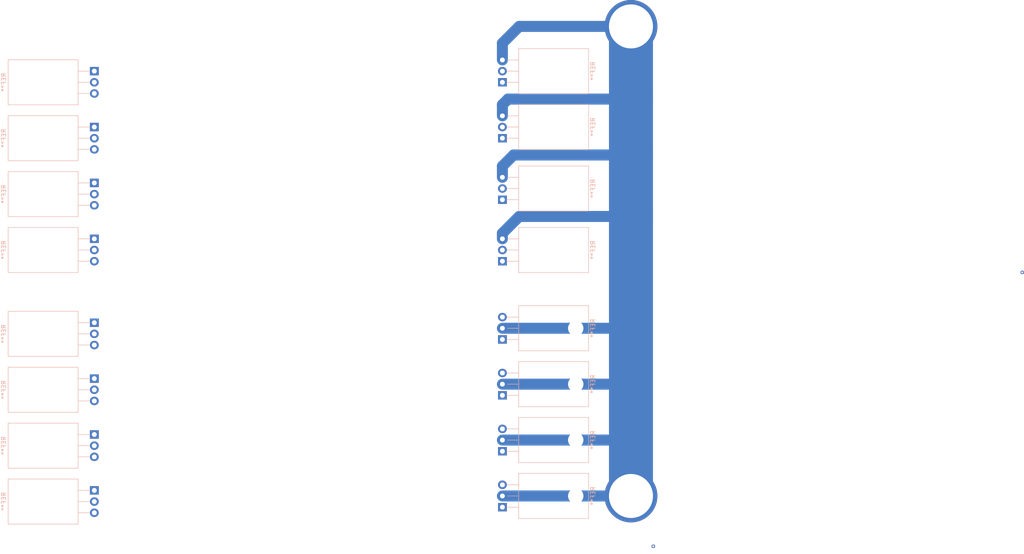
<source format=kicad_pcb>
(kicad_pcb (version 20171130) (host pcbnew 5.99.0+really5.1.10+dfsg1-1)

  (general
    (thickness 1.6)
    (drawings 0)
    (tracks 29)
    (zones 0)
    (modules 16)
    (nets 1)
  )

  (page A4)
  (layers
    (0 F.Cu signal)
    (31 B.Cu signal)
    (32 B.Adhes user)
    (33 F.Adhes user)
    (34 B.Paste user)
    (35 F.Paste user)
    (36 B.SilkS user)
    (37 F.SilkS user)
    (38 B.Mask user)
    (39 F.Mask user)
    (40 Dwgs.User user)
    (41 Cmts.User user)
    (42 Eco1.User user)
    (43 Eco2.User user)
    (44 Edge.Cuts user)
    (45 Margin user)
    (46 B.CrtYd user)
    (47 F.CrtYd user)
    (48 B.Fab user)
    (49 F.Fab user)
  )

  (setup
    (last_trace_width 10)
    (user_trace_width 2.5)
    (user_trace_width 10)
    (trace_clearance 0.2)
    (zone_clearance 0.508)
    (zone_45_only no)
    (trace_min 0.2)
    (via_size 0.8)
    (via_drill 0.4)
    (via_min_size 0.4)
    (via_min_drill 0.3)
    (user_via 5 4)
    (user_via 12 10)
    (uvia_size 0.3)
    (uvia_drill 0.1)
    (uvias_allowed no)
    (uvia_min_size 0.2)
    (uvia_min_drill 0.1)
    (edge_width 0.05)
    (segment_width 0.2)
    (pcb_text_width 0.3)
    (pcb_text_size 1.5 1.5)
    (mod_edge_width 0.12)
    (mod_text_size 1 1)
    (mod_text_width 0.15)
    (pad_size 1.524 1.524)
    (pad_drill 0.762)
    (pad_to_mask_clearance 0)
    (aux_axis_origin 0 0)
    (visible_elements FFFFFF7F)
    (pcbplotparams
      (layerselection 0x010fc_ffffffff)
      (usegerberextensions false)
      (usegerberattributes true)
      (usegerberadvancedattributes true)
      (creategerberjobfile true)
      (excludeedgelayer true)
      (linewidth 0.150000)
      (plotframeref false)
      (viasonmask false)
      (mode 1)
      (useauxorigin false)
      (hpglpennumber 1)
      (hpglpenspeed 20)
      (hpglpendiameter 15.000000)
      (psnegative false)
      (psa4output false)
      (plotreference true)
      (plotvalue true)
      (plotinvisibletext false)
      (padsonsilk false)
      (subtractmaskfromsilk false)
      (outputformat 1)
      (mirror false)
      (drillshape 1)
      (scaleselection 1)
      (outputdirectory ""))
  )

  (net 0 "")

  (net_class Default "This is the default net class."
    (clearance 0.2)
    (trace_width 0.25)
    (via_dia 0.8)
    (via_drill 0.4)
    (uvia_dia 0.3)
    (uvia_drill 0.1)
  )

  (module Package_TO_SOT_THT:TO-220-3_Horizontal_TabDown (layer B.Cu) (tedit 5AC8BA0D) (tstamp 61B1CC81)
    (at 95.25 125.73 270)
    (descr "TO-220-3, Horizontal, RM 2.54mm, see https://www.vishay.com/docs/66542/to-220-1.pdf")
    (tags "TO-220-3 Horizontal RM 2.54mm")
    (fp_text reference REF** (at 2.54 20.58 270) (layer B.SilkS)
      (effects (font (size 1 1) (thickness 0.15)) (justify mirror))
    )
    (fp_text value TO-220-3_Horizontal_TabDown (at 2.54 -2 270) (layer B.Fab)
      (effects (font (size 1 1) (thickness 0.15)) (justify mirror))
    )
    (fp_line (start 7.79 19.71) (end -2.71 19.71) (layer B.CrtYd) (width 0.05))
    (fp_line (start 7.79 -1.25) (end 7.79 19.71) (layer B.CrtYd) (width 0.05))
    (fp_line (start -2.71 -1.25) (end 7.79 -1.25) (layer B.CrtYd) (width 0.05))
    (fp_line (start -2.71 19.71) (end -2.71 -1.25) (layer B.CrtYd) (width 0.05))
    (fp_line (start 5.08 3.69) (end 5.08 1.15) (layer B.SilkS) (width 0.12))
    (fp_line (start 2.54 3.69) (end 2.54 1.15) (layer B.SilkS) (width 0.12))
    (fp_line (start 0 3.69) (end 0 1.15) (layer B.SilkS) (width 0.12))
    (fp_line (start 7.66 19.58) (end 7.66 3.69) (layer B.SilkS) (width 0.12))
    (fp_line (start -2.58 19.58) (end -2.58 3.69) (layer B.SilkS) (width 0.12))
    (fp_line (start -2.58 19.58) (end 7.66 19.58) (layer B.SilkS) (width 0.12))
    (fp_line (start -2.58 3.69) (end 7.66 3.69) (layer B.SilkS) (width 0.12))
    (fp_line (start 5.08 3.81) (end 5.08 0) (layer B.Fab) (width 0.1))
    (fp_line (start 2.54 3.81) (end 2.54 0) (layer B.Fab) (width 0.1))
    (fp_line (start 0 3.81) (end 0 0) (layer B.Fab) (width 0.1))
    (fp_line (start 7.54 3.81) (end -2.46 3.81) (layer B.Fab) (width 0.1))
    (fp_line (start 7.54 13.06) (end 7.54 3.81) (layer B.Fab) (width 0.1))
    (fp_line (start -2.46 13.06) (end 7.54 13.06) (layer B.Fab) (width 0.1))
    (fp_line (start -2.46 3.81) (end -2.46 13.06) (layer B.Fab) (width 0.1))
    (fp_line (start 7.54 13.06) (end -2.46 13.06) (layer B.Fab) (width 0.1))
    (fp_line (start 7.54 19.46) (end 7.54 13.06) (layer B.Fab) (width 0.1))
    (fp_line (start -2.46 19.46) (end 7.54 19.46) (layer B.Fab) (width 0.1))
    (fp_line (start -2.46 13.06) (end -2.46 19.46) (layer B.Fab) (width 0.1))
    (fp_circle (center 2.54 16.66) (end 4.39 16.66) (layer B.Fab) (width 0.1))
    (fp_text user %R (at 2.54 20.58 270) (layer B.Fab)
      (effects (font (size 1 1) (thickness 0.15)) (justify mirror))
    )
    (pad "" np_thru_hole oval (at 2.54 16.66 270) (size 3.5 3.5) (drill 3.5) (layers *.Cu *.Mask))
    (pad 1 thru_hole rect (at 0 0 270) (size 1.905 2) (drill 1.1) (layers *.Cu *.Mask))
    (pad 2 thru_hole oval (at 2.54 0 270) (size 1.905 2) (drill 1.1) (layers *.Cu *.Mask))
    (pad 3 thru_hole oval (at 5.08 0 270) (size 1.905 2) (drill 1.1) (layers *.Cu *.Mask))
    (model ${KISYS3DMOD}/Package_TO_SOT_THT.3dshapes/TO-220-3_Horizontal_TabDown.wrl
      (at (xyz 0 0 0))
      (scale (xyz 1 1 1))
      (rotate (xyz 0 0 0))
    )
  )

  (module Package_TO_SOT_THT:TO-220-3_Horizontal_TabDown (layer B.Cu) (tedit 5AC8BA0D) (tstamp 61B1CC62)
    (at 95.25 100.33 270)
    (descr "TO-220-3, Horizontal, RM 2.54mm, see https://www.vishay.com/docs/66542/to-220-1.pdf")
    (tags "TO-220-3 Horizontal RM 2.54mm")
    (fp_text reference REF** (at 2.54 20.58 270) (layer B.SilkS)
      (effects (font (size 1 1) (thickness 0.15)) (justify mirror))
    )
    (fp_text value TO-220-3_Horizontal_TabDown (at 2.54 -2 270) (layer B.Fab)
      (effects (font (size 1 1) (thickness 0.15)) (justify mirror))
    )
    (fp_line (start 7.79 19.71) (end -2.71 19.71) (layer B.CrtYd) (width 0.05))
    (fp_line (start 7.79 -1.25) (end 7.79 19.71) (layer B.CrtYd) (width 0.05))
    (fp_line (start -2.71 -1.25) (end 7.79 -1.25) (layer B.CrtYd) (width 0.05))
    (fp_line (start -2.71 19.71) (end -2.71 -1.25) (layer B.CrtYd) (width 0.05))
    (fp_line (start 5.08 3.69) (end 5.08 1.15) (layer B.SilkS) (width 0.12))
    (fp_line (start 2.54 3.69) (end 2.54 1.15) (layer B.SilkS) (width 0.12))
    (fp_line (start 0 3.69) (end 0 1.15) (layer B.SilkS) (width 0.12))
    (fp_line (start 7.66 19.58) (end 7.66 3.69) (layer B.SilkS) (width 0.12))
    (fp_line (start -2.58 19.58) (end -2.58 3.69) (layer B.SilkS) (width 0.12))
    (fp_line (start -2.58 19.58) (end 7.66 19.58) (layer B.SilkS) (width 0.12))
    (fp_line (start -2.58 3.69) (end 7.66 3.69) (layer B.SilkS) (width 0.12))
    (fp_line (start 5.08 3.81) (end 5.08 0) (layer B.Fab) (width 0.1))
    (fp_line (start 2.54 3.81) (end 2.54 0) (layer B.Fab) (width 0.1))
    (fp_line (start 0 3.81) (end 0 0) (layer B.Fab) (width 0.1))
    (fp_line (start 7.54 3.81) (end -2.46 3.81) (layer B.Fab) (width 0.1))
    (fp_line (start 7.54 13.06) (end 7.54 3.81) (layer B.Fab) (width 0.1))
    (fp_line (start -2.46 13.06) (end 7.54 13.06) (layer B.Fab) (width 0.1))
    (fp_line (start -2.46 3.81) (end -2.46 13.06) (layer B.Fab) (width 0.1))
    (fp_line (start 7.54 13.06) (end -2.46 13.06) (layer B.Fab) (width 0.1))
    (fp_line (start 7.54 19.46) (end 7.54 13.06) (layer B.Fab) (width 0.1))
    (fp_line (start -2.46 19.46) (end 7.54 19.46) (layer B.Fab) (width 0.1))
    (fp_line (start -2.46 13.06) (end -2.46 19.46) (layer B.Fab) (width 0.1))
    (fp_circle (center 2.54 16.66) (end 4.39 16.66) (layer B.Fab) (width 0.1))
    (fp_text user %R (at 2.54 20.58 270) (layer B.Fab)
      (effects (font (size 1 1) (thickness 0.15)) (justify mirror))
    )
    (pad "" np_thru_hole oval (at 2.54 16.66 270) (size 3.5 3.5) (drill 3.5) (layers *.Cu *.Mask))
    (pad 1 thru_hole rect (at 0 0 270) (size 1.905 2) (drill 1.1) (layers *.Cu *.Mask))
    (pad 2 thru_hole oval (at 2.54 0 270) (size 1.905 2) (drill 1.1) (layers *.Cu *.Mask))
    (pad 3 thru_hole oval (at 5.08 0 270) (size 1.905 2) (drill 1.1) (layers *.Cu *.Mask))
    (model ${KISYS3DMOD}/Package_TO_SOT_THT.3dshapes/TO-220-3_Horizontal_TabDown.wrl
      (at (xyz 0 0 0))
      (scale (xyz 1 1 1))
      (rotate (xyz 0 0 0))
    )
  )

  (module Package_TO_SOT_THT:TO-220-3_Horizontal_TabDown (layer B.Cu) (tedit 5AC8BA0D) (tstamp 61B1CC43)
    (at 95.25 113.03 270)
    (descr "TO-220-3, Horizontal, RM 2.54mm, see https://www.vishay.com/docs/66542/to-220-1.pdf")
    (tags "TO-220-3 Horizontal RM 2.54mm")
    (fp_text reference REF** (at 2.54 20.58 270) (layer B.SilkS)
      (effects (font (size 1 1) (thickness 0.15)) (justify mirror))
    )
    (fp_text value TO-220-3_Horizontal_TabDown (at 2.54 -2 270) (layer B.Fab)
      (effects (font (size 1 1) (thickness 0.15)) (justify mirror))
    )
    (fp_text user %R (at 2.54 20.58 270) (layer B.Fab)
      (effects (font (size 1 1) (thickness 0.15)) (justify mirror))
    )
    (fp_circle (center 2.54 16.66) (end 4.39 16.66) (layer B.Fab) (width 0.1))
    (fp_line (start -2.46 13.06) (end -2.46 19.46) (layer B.Fab) (width 0.1))
    (fp_line (start -2.46 19.46) (end 7.54 19.46) (layer B.Fab) (width 0.1))
    (fp_line (start 7.54 19.46) (end 7.54 13.06) (layer B.Fab) (width 0.1))
    (fp_line (start 7.54 13.06) (end -2.46 13.06) (layer B.Fab) (width 0.1))
    (fp_line (start -2.46 3.81) (end -2.46 13.06) (layer B.Fab) (width 0.1))
    (fp_line (start -2.46 13.06) (end 7.54 13.06) (layer B.Fab) (width 0.1))
    (fp_line (start 7.54 13.06) (end 7.54 3.81) (layer B.Fab) (width 0.1))
    (fp_line (start 7.54 3.81) (end -2.46 3.81) (layer B.Fab) (width 0.1))
    (fp_line (start 0 3.81) (end 0 0) (layer B.Fab) (width 0.1))
    (fp_line (start 2.54 3.81) (end 2.54 0) (layer B.Fab) (width 0.1))
    (fp_line (start 5.08 3.81) (end 5.08 0) (layer B.Fab) (width 0.1))
    (fp_line (start -2.58 3.69) (end 7.66 3.69) (layer B.SilkS) (width 0.12))
    (fp_line (start -2.58 19.58) (end 7.66 19.58) (layer B.SilkS) (width 0.12))
    (fp_line (start -2.58 19.58) (end -2.58 3.69) (layer B.SilkS) (width 0.12))
    (fp_line (start 7.66 19.58) (end 7.66 3.69) (layer B.SilkS) (width 0.12))
    (fp_line (start 0 3.69) (end 0 1.15) (layer B.SilkS) (width 0.12))
    (fp_line (start 2.54 3.69) (end 2.54 1.15) (layer B.SilkS) (width 0.12))
    (fp_line (start 5.08 3.69) (end 5.08 1.15) (layer B.SilkS) (width 0.12))
    (fp_line (start -2.71 19.71) (end -2.71 -1.25) (layer B.CrtYd) (width 0.05))
    (fp_line (start -2.71 -1.25) (end 7.79 -1.25) (layer B.CrtYd) (width 0.05))
    (fp_line (start 7.79 -1.25) (end 7.79 19.71) (layer B.CrtYd) (width 0.05))
    (fp_line (start 7.79 19.71) (end -2.71 19.71) (layer B.CrtYd) (width 0.05))
    (pad 3 thru_hole oval (at 5.08 0 270) (size 1.905 2) (drill 1.1) (layers *.Cu *.Mask))
    (pad 2 thru_hole oval (at 2.54 0 270) (size 1.905 2) (drill 1.1) (layers *.Cu *.Mask))
    (pad 1 thru_hole rect (at 0 0 270) (size 1.905 2) (drill 1.1) (layers *.Cu *.Mask))
    (pad "" np_thru_hole oval (at 2.54 16.66 270) (size 3.5 3.5) (drill 3.5) (layers *.Cu *.Mask))
    (model ${KISYS3DMOD}/Package_TO_SOT_THT.3dshapes/TO-220-3_Horizontal_TabDown.wrl
      (at (xyz 0 0 0))
      (scale (xyz 1 1 1))
      (rotate (xyz 0 0 0))
    )
  )

  (module Package_TO_SOT_THT:TO-220-3_Horizontal_TabDown (layer B.Cu) (tedit 5AC8BA0D) (tstamp 61B1CC24)
    (at 95.25 87.63 270)
    (descr "TO-220-3, Horizontal, RM 2.54mm, see https://www.vishay.com/docs/66542/to-220-1.pdf")
    (tags "TO-220-3 Horizontal RM 2.54mm")
    (fp_text reference REF** (at 2.54 20.58 270) (layer B.SilkS)
      (effects (font (size 1 1) (thickness 0.15)) (justify mirror))
    )
    (fp_text value TO-220-3_Horizontal_TabDown (at 2.54 -2 270) (layer B.Fab)
      (effects (font (size 1 1) (thickness 0.15)) (justify mirror))
    )
    (fp_text user %R (at 2.54 20.58 270) (layer B.Fab)
      (effects (font (size 1 1) (thickness 0.15)) (justify mirror))
    )
    (fp_circle (center 2.54 16.66) (end 4.39 16.66) (layer B.Fab) (width 0.1))
    (fp_line (start -2.46 13.06) (end -2.46 19.46) (layer B.Fab) (width 0.1))
    (fp_line (start -2.46 19.46) (end 7.54 19.46) (layer B.Fab) (width 0.1))
    (fp_line (start 7.54 19.46) (end 7.54 13.06) (layer B.Fab) (width 0.1))
    (fp_line (start 7.54 13.06) (end -2.46 13.06) (layer B.Fab) (width 0.1))
    (fp_line (start -2.46 3.81) (end -2.46 13.06) (layer B.Fab) (width 0.1))
    (fp_line (start -2.46 13.06) (end 7.54 13.06) (layer B.Fab) (width 0.1))
    (fp_line (start 7.54 13.06) (end 7.54 3.81) (layer B.Fab) (width 0.1))
    (fp_line (start 7.54 3.81) (end -2.46 3.81) (layer B.Fab) (width 0.1))
    (fp_line (start 0 3.81) (end 0 0) (layer B.Fab) (width 0.1))
    (fp_line (start 2.54 3.81) (end 2.54 0) (layer B.Fab) (width 0.1))
    (fp_line (start 5.08 3.81) (end 5.08 0) (layer B.Fab) (width 0.1))
    (fp_line (start -2.58 3.69) (end 7.66 3.69) (layer B.SilkS) (width 0.12))
    (fp_line (start -2.58 19.58) (end 7.66 19.58) (layer B.SilkS) (width 0.12))
    (fp_line (start -2.58 19.58) (end -2.58 3.69) (layer B.SilkS) (width 0.12))
    (fp_line (start 7.66 19.58) (end 7.66 3.69) (layer B.SilkS) (width 0.12))
    (fp_line (start 0 3.69) (end 0 1.15) (layer B.SilkS) (width 0.12))
    (fp_line (start 2.54 3.69) (end 2.54 1.15) (layer B.SilkS) (width 0.12))
    (fp_line (start 5.08 3.69) (end 5.08 1.15) (layer B.SilkS) (width 0.12))
    (fp_line (start -2.71 19.71) (end -2.71 -1.25) (layer B.CrtYd) (width 0.05))
    (fp_line (start -2.71 -1.25) (end 7.79 -1.25) (layer B.CrtYd) (width 0.05))
    (fp_line (start 7.79 -1.25) (end 7.79 19.71) (layer B.CrtYd) (width 0.05))
    (fp_line (start 7.79 19.71) (end -2.71 19.71) (layer B.CrtYd) (width 0.05))
    (pad 3 thru_hole oval (at 5.08 0 270) (size 1.905 2) (drill 1.1) (layers *.Cu *.Mask))
    (pad 2 thru_hole oval (at 2.54 0 270) (size 1.905 2) (drill 1.1) (layers *.Cu *.Mask))
    (pad 1 thru_hole rect (at 0 0 270) (size 1.905 2) (drill 1.1) (layers *.Cu *.Mask))
    (pad "" np_thru_hole oval (at 2.54 16.66 270) (size 3.5 3.5) (drill 3.5) (layers *.Cu *.Mask))
    (model ${KISYS3DMOD}/Package_TO_SOT_THT.3dshapes/TO-220-3_Horizontal_TabDown.wrl
      (at (xyz 0 0 0))
      (scale (xyz 1 1 1))
      (rotate (xyz 0 0 0))
    )
  )

  (module Package_TO_SOT_THT:TO-220-3_Horizontal_TabDown (layer B.Cu) (tedit 5AC8BA0D) (tstamp 61B1C824)
    (at 95.25 68.58 270)
    (descr "TO-220-3, Horizontal, RM 2.54mm, see https://www.vishay.com/docs/66542/to-220-1.pdf")
    (tags "TO-220-3 Horizontal RM 2.54mm")
    (fp_text reference REF** (at 2.54 20.58 270) (layer B.SilkS)
      (effects (font (size 1 1) (thickness 0.15)) (justify mirror))
    )
    (fp_text value TO-220-3_Horizontal_TabDown (at 2.54 -2 270) (layer B.Fab)
      (effects (font (size 1 1) (thickness 0.15)) (justify mirror))
    )
    (fp_text user %R (at 2.54 20.58 270) (layer B.Fab)
      (effects (font (size 1 1) (thickness 0.15)) (justify mirror))
    )
    (fp_circle (center 2.54 16.66) (end 4.39 16.66) (layer B.Fab) (width 0.1))
    (fp_line (start -2.46 13.06) (end -2.46 19.46) (layer B.Fab) (width 0.1))
    (fp_line (start -2.46 19.46) (end 7.54 19.46) (layer B.Fab) (width 0.1))
    (fp_line (start 7.54 19.46) (end 7.54 13.06) (layer B.Fab) (width 0.1))
    (fp_line (start 7.54 13.06) (end -2.46 13.06) (layer B.Fab) (width 0.1))
    (fp_line (start -2.46 3.81) (end -2.46 13.06) (layer B.Fab) (width 0.1))
    (fp_line (start -2.46 13.06) (end 7.54 13.06) (layer B.Fab) (width 0.1))
    (fp_line (start 7.54 13.06) (end 7.54 3.81) (layer B.Fab) (width 0.1))
    (fp_line (start 7.54 3.81) (end -2.46 3.81) (layer B.Fab) (width 0.1))
    (fp_line (start 0 3.81) (end 0 0) (layer B.Fab) (width 0.1))
    (fp_line (start 2.54 3.81) (end 2.54 0) (layer B.Fab) (width 0.1))
    (fp_line (start 5.08 3.81) (end 5.08 0) (layer B.Fab) (width 0.1))
    (fp_line (start -2.58 3.69) (end 7.66 3.69) (layer B.SilkS) (width 0.12))
    (fp_line (start -2.58 19.58) (end 7.66 19.58) (layer B.SilkS) (width 0.12))
    (fp_line (start -2.58 19.58) (end -2.58 3.69) (layer B.SilkS) (width 0.12))
    (fp_line (start 7.66 19.58) (end 7.66 3.69) (layer B.SilkS) (width 0.12))
    (fp_line (start 0 3.69) (end 0 1.15) (layer B.SilkS) (width 0.12))
    (fp_line (start 2.54 3.69) (end 2.54 1.15) (layer B.SilkS) (width 0.12))
    (fp_line (start 5.08 3.69) (end 5.08 1.15) (layer B.SilkS) (width 0.12))
    (fp_line (start -2.71 19.71) (end -2.71 -1.25) (layer B.CrtYd) (width 0.05))
    (fp_line (start -2.71 -1.25) (end 7.79 -1.25) (layer B.CrtYd) (width 0.05))
    (fp_line (start 7.79 -1.25) (end 7.79 19.71) (layer B.CrtYd) (width 0.05))
    (fp_line (start 7.79 19.71) (end -2.71 19.71) (layer B.CrtYd) (width 0.05))
    (pad 3 thru_hole oval (at 5.08 0 270) (size 1.905 2) (drill 1.1) (layers *.Cu *.Mask))
    (pad 2 thru_hole oval (at 2.54 0 270) (size 1.905 2) (drill 1.1) (layers *.Cu *.Mask))
    (pad 1 thru_hole rect (at 0 0 270) (size 1.905 2) (drill 1.1) (layers *.Cu *.Mask))
    (pad "" np_thru_hole oval (at 2.54 16.66 270) (size 3.5 3.5) (drill 3.5) (layers *.Cu *.Mask))
    (model ${KISYS3DMOD}/Package_TO_SOT_THT.3dshapes/TO-220-3_Horizontal_TabDown.wrl
      (at (xyz 0 0 0))
      (scale (xyz 1 1 1))
      (rotate (xyz 0 0 0))
    )
  )

  (module Package_TO_SOT_THT:TO-220-3_Horizontal_TabDown (layer B.Cu) (tedit 5AC8BA0D) (tstamp 61B1C805)
    (at 95.25 43.18 270)
    (descr "TO-220-3, Horizontal, RM 2.54mm, see https://www.vishay.com/docs/66542/to-220-1.pdf")
    (tags "TO-220-3 Horizontal RM 2.54mm")
    (fp_text reference REF** (at 2.54 20.58 270) (layer B.SilkS)
      (effects (font (size 1 1) (thickness 0.15)) (justify mirror))
    )
    (fp_text value TO-220-3_Horizontal_TabDown (at 2.54 -2 270) (layer B.Fab)
      (effects (font (size 1 1) (thickness 0.15)) (justify mirror))
    )
    (fp_text user %R (at 2.54 20.58 270) (layer B.Fab)
      (effects (font (size 1 1) (thickness 0.15)) (justify mirror))
    )
    (fp_circle (center 2.54 16.66) (end 4.39 16.66) (layer B.Fab) (width 0.1))
    (fp_line (start -2.46 13.06) (end -2.46 19.46) (layer B.Fab) (width 0.1))
    (fp_line (start -2.46 19.46) (end 7.54 19.46) (layer B.Fab) (width 0.1))
    (fp_line (start 7.54 19.46) (end 7.54 13.06) (layer B.Fab) (width 0.1))
    (fp_line (start 7.54 13.06) (end -2.46 13.06) (layer B.Fab) (width 0.1))
    (fp_line (start -2.46 3.81) (end -2.46 13.06) (layer B.Fab) (width 0.1))
    (fp_line (start -2.46 13.06) (end 7.54 13.06) (layer B.Fab) (width 0.1))
    (fp_line (start 7.54 13.06) (end 7.54 3.81) (layer B.Fab) (width 0.1))
    (fp_line (start 7.54 3.81) (end -2.46 3.81) (layer B.Fab) (width 0.1))
    (fp_line (start 0 3.81) (end 0 0) (layer B.Fab) (width 0.1))
    (fp_line (start 2.54 3.81) (end 2.54 0) (layer B.Fab) (width 0.1))
    (fp_line (start 5.08 3.81) (end 5.08 0) (layer B.Fab) (width 0.1))
    (fp_line (start -2.58 3.69) (end 7.66 3.69) (layer B.SilkS) (width 0.12))
    (fp_line (start -2.58 19.58) (end 7.66 19.58) (layer B.SilkS) (width 0.12))
    (fp_line (start -2.58 19.58) (end -2.58 3.69) (layer B.SilkS) (width 0.12))
    (fp_line (start 7.66 19.58) (end 7.66 3.69) (layer B.SilkS) (width 0.12))
    (fp_line (start 0 3.69) (end 0 1.15) (layer B.SilkS) (width 0.12))
    (fp_line (start 2.54 3.69) (end 2.54 1.15) (layer B.SilkS) (width 0.12))
    (fp_line (start 5.08 3.69) (end 5.08 1.15) (layer B.SilkS) (width 0.12))
    (fp_line (start -2.71 19.71) (end -2.71 -1.25) (layer B.CrtYd) (width 0.05))
    (fp_line (start -2.71 -1.25) (end 7.79 -1.25) (layer B.CrtYd) (width 0.05))
    (fp_line (start 7.79 -1.25) (end 7.79 19.71) (layer B.CrtYd) (width 0.05))
    (fp_line (start 7.79 19.71) (end -2.71 19.71) (layer B.CrtYd) (width 0.05))
    (pad 3 thru_hole oval (at 5.08 0 270) (size 1.905 2) (drill 1.1) (layers *.Cu *.Mask))
    (pad 2 thru_hole oval (at 2.54 0 270) (size 1.905 2) (drill 1.1) (layers *.Cu *.Mask))
    (pad 1 thru_hole rect (at 0 0 270) (size 1.905 2) (drill 1.1) (layers *.Cu *.Mask))
    (pad "" np_thru_hole oval (at 2.54 16.66 270) (size 3.5 3.5) (drill 3.5) (layers *.Cu *.Mask))
    (model ${KISYS3DMOD}/Package_TO_SOT_THT.3dshapes/TO-220-3_Horizontal_TabDown.wrl
      (at (xyz 0 0 0))
      (scale (xyz 1 1 1))
      (rotate (xyz 0 0 0))
    )
  )

  (module Package_TO_SOT_THT:TO-220-3_Horizontal_TabDown (layer B.Cu) (tedit 5AC8BA0D) (tstamp 61B1C7E6)
    (at 95.25 55.88 270)
    (descr "TO-220-3, Horizontal, RM 2.54mm, see https://www.vishay.com/docs/66542/to-220-1.pdf")
    (tags "TO-220-3 Horizontal RM 2.54mm")
    (fp_text reference REF** (at 2.54 20.58 270) (layer B.SilkS)
      (effects (font (size 1 1) (thickness 0.15)) (justify mirror))
    )
    (fp_text value TO-220-3_Horizontal_TabDown (at 2.54 -2 270) (layer B.Fab)
      (effects (font (size 1 1) (thickness 0.15)) (justify mirror))
    )
    (fp_line (start 7.79 19.71) (end -2.71 19.71) (layer B.CrtYd) (width 0.05))
    (fp_line (start 7.79 -1.25) (end 7.79 19.71) (layer B.CrtYd) (width 0.05))
    (fp_line (start -2.71 -1.25) (end 7.79 -1.25) (layer B.CrtYd) (width 0.05))
    (fp_line (start -2.71 19.71) (end -2.71 -1.25) (layer B.CrtYd) (width 0.05))
    (fp_line (start 5.08 3.69) (end 5.08 1.15) (layer B.SilkS) (width 0.12))
    (fp_line (start 2.54 3.69) (end 2.54 1.15) (layer B.SilkS) (width 0.12))
    (fp_line (start 0 3.69) (end 0 1.15) (layer B.SilkS) (width 0.12))
    (fp_line (start 7.66 19.58) (end 7.66 3.69) (layer B.SilkS) (width 0.12))
    (fp_line (start -2.58 19.58) (end -2.58 3.69) (layer B.SilkS) (width 0.12))
    (fp_line (start -2.58 19.58) (end 7.66 19.58) (layer B.SilkS) (width 0.12))
    (fp_line (start -2.58 3.69) (end 7.66 3.69) (layer B.SilkS) (width 0.12))
    (fp_line (start 5.08 3.81) (end 5.08 0) (layer B.Fab) (width 0.1))
    (fp_line (start 2.54 3.81) (end 2.54 0) (layer B.Fab) (width 0.1))
    (fp_line (start 0 3.81) (end 0 0) (layer B.Fab) (width 0.1))
    (fp_line (start 7.54 3.81) (end -2.46 3.81) (layer B.Fab) (width 0.1))
    (fp_line (start 7.54 13.06) (end 7.54 3.81) (layer B.Fab) (width 0.1))
    (fp_line (start -2.46 13.06) (end 7.54 13.06) (layer B.Fab) (width 0.1))
    (fp_line (start -2.46 3.81) (end -2.46 13.06) (layer B.Fab) (width 0.1))
    (fp_line (start 7.54 13.06) (end -2.46 13.06) (layer B.Fab) (width 0.1))
    (fp_line (start 7.54 19.46) (end 7.54 13.06) (layer B.Fab) (width 0.1))
    (fp_line (start -2.46 19.46) (end 7.54 19.46) (layer B.Fab) (width 0.1))
    (fp_line (start -2.46 13.06) (end -2.46 19.46) (layer B.Fab) (width 0.1))
    (fp_circle (center 2.54 16.66) (end 4.39 16.66) (layer B.Fab) (width 0.1))
    (fp_text user %R (at 2.54 20.58 270) (layer B.Fab)
      (effects (font (size 1 1) (thickness 0.15)) (justify mirror))
    )
    (pad "" np_thru_hole oval (at 2.54 16.66 270) (size 3.5 3.5) (drill 3.5) (layers *.Cu *.Mask))
    (pad 1 thru_hole rect (at 0 0 270) (size 1.905 2) (drill 1.1) (layers *.Cu *.Mask))
    (pad 2 thru_hole oval (at 2.54 0 270) (size 1.905 2) (drill 1.1) (layers *.Cu *.Mask))
    (pad 3 thru_hole oval (at 5.08 0 270) (size 1.905 2) (drill 1.1) (layers *.Cu *.Mask))
    (model ${KISYS3DMOD}/Package_TO_SOT_THT.3dshapes/TO-220-3_Horizontal_TabDown.wrl
      (at (xyz 0 0 0))
      (scale (xyz 1 1 1))
      (rotate (xyz 0 0 0))
    )
  )

  (module Package_TO_SOT_THT:TO-220-3_Horizontal_TabDown (layer B.Cu) (tedit 5AC8BA0D) (tstamp 61B1C7C7)
    (at 95.25 30.48 270)
    (descr "TO-220-3, Horizontal, RM 2.54mm, see https://www.vishay.com/docs/66542/to-220-1.pdf")
    (tags "TO-220-3 Horizontal RM 2.54mm")
    (fp_text reference REF** (at 2.54 20.58 270) (layer B.SilkS)
      (effects (font (size 1 1) (thickness 0.15)) (justify mirror))
    )
    (fp_text value TO-220-3_Horizontal_TabDown (at 2.54 -2 270) (layer B.Fab)
      (effects (font (size 1 1) (thickness 0.15)) (justify mirror))
    )
    (fp_line (start 7.79 19.71) (end -2.71 19.71) (layer B.CrtYd) (width 0.05))
    (fp_line (start 7.79 -1.25) (end 7.79 19.71) (layer B.CrtYd) (width 0.05))
    (fp_line (start -2.71 -1.25) (end 7.79 -1.25) (layer B.CrtYd) (width 0.05))
    (fp_line (start -2.71 19.71) (end -2.71 -1.25) (layer B.CrtYd) (width 0.05))
    (fp_line (start 5.08 3.69) (end 5.08 1.15) (layer B.SilkS) (width 0.12))
    (fp_line (start 2.54 3.69) (end 2.54 1.15) (layer B.SilkS) (width 0.12))
    (fp_line (start 0 3.69) (end 0 1.15) (layer B.SilkS) (width 0.12))
    (fp_line (start 7.66 19.58) (end 7.66 3.69) (layer B.SilkS) (width 0.12))
    (fp_line (start -2.58 19.58) (end -2.58 3.69) (layer B.SilkS) (width 0.12))
    (fp_line (start -2.58 19.58) (end 7.66 19.58) (layer B.SilkS) (width 0.12))
    (fp_line (start -2.58 3.69) (end 7.66 3.69) (layer B.SilkS) (width 0.12))
    (fp_line (start 5.08 3.81) (end 5.08 0) (layer B.Fab) (width 0.1))
    (fp_line (start 2.54 3.81) (end 2.54 0) (layer B.Fab) (width 0.1))
    (fp_line (start 0 3.81) (end 0 0) (layer B.Fab) (width 0.1))
    (fp_line (start 7.54 3.81) (end -2.46 3.81) (layer B.Fab) (width 0.1))
    (fp_line (start 7.54 13.06) (end 7.54 3.81) (layer B.Fab) (width 0.1))
    (fp_line (start -2.46 13.06) (end 7.54 13.06) (layer B.Fab) (width 0.1))
    (fp_line (start -2.46 3.81) (end -2.46 13.06) (layer B.Fab) (width 0.1))
    (fp_line (start 7.54 13.06) (end -2.46 13.06) (layer B.Fab) (width 0.1))
    (fp_line (start 7.54 19.46) (end 7.54 13.06) (layer B.Fab) (width 0.1))
    (fp_line (start -2.46 19.46) (end 7.54 19.46) (layer B.Fab) (width 0.1))
    (fp_line (start -2.46 13.06) (end -2.46 19.46) (layer B.Fab) (width 0.1))
    (fp_circle (center 2.54 16.66) (end 4.39 16.66) (layer B.Fab) (width 0.1))
    (fp_text user %R (at 2.54 20.58 270) (layer B.Fab)
      (effects (font (size 1 1) (thickness 0.15)) (justify mirror))
    )
    (pad "" np_thru_hole oval (at 2.54 16.66 270) (size 3.5 3.5) (drill 3.5) (layers *.Cu *.Mask))
    (pad 1 thru_hole rect (at 0 0 270) (size 1.905 2) (drill 1.1) (layers *.Cu *.Mask))
    (pad 2 thru_hole oval (at 2.54 0 270) (size 1.905 2) (drill 1.1) (layers *.Cu *.Mask))
    (pad 3 thru_hole oval (at 5.08 0 270) (size 1.905 2) (drill 1.1) (layers *.Cu *.Mask))
    (model ${KISYS3DMOD}/Package_TO_SOT_THT.3dshapes/TO-220-3_Horizontal_TabDown.wrl
      (at (xyz 0 0 0))
      (scale (xyz 1 1 1))
      (rotate (xyz 0 0 0))
    )
  )

  (module Package_TO_SOT_THT:TO-220-3_Horizontal_TabDown (layer B.Cu) (tedit 5AC8BA0D) (tstamp 61B1C72C)
    (at 187.96 91.44 90)
    (descr "TO-220-3, Horizontal, RM 2.54mm, see https://www.vishay.com/docs/66542/to-220-1.pdf")
    (tags "TO-220-3 Horizontal RM 2.54mm")
    (fp_text reference REF** (at 2.54 20.58 -90) (layer B.SilkS)
      (effects (font (size 1 1) (thickness 0.15)) (justify mirror))
    )
    (fp_text value TO-220-3_Horizontal_TabDown (at 2.54 -2 -90) (layer B.Fab)
      (effects (font (size 1 1) (thickness 0.15)) (justify mirror))
    )
    (fp_line (start 7.79 19.71) (end -2.71 19.71) (layer B.CrtYd) (width 0.05))
    (fp_line (start 7.79 -1.25) (end 7.79 19.71) (layer B.CrtYd) (width 0.05))
    (fp_line (start -2.71 -1.25) (end 7.79 -1.25) (layer B.CrtYd) (width 0.05))
    (fp_line (start -2.71 19.71) (end -2.71 -1.25) (layer B.CrtYd) (width 0.05))
    (fp_line (start 5.08 3.69) (end 5.08 1.15) (layer B.SilkS) (width 0.12))
    (fp_line (start 2.54 3.69) (end 2.54 1.15) (layer B.SilkS) (width 0.12))
    (fp_line (start 0 3.69) (end 0 1.15) (layer B.SilkS) (width 0.12))
    (fp_line (start 7.66 19.58) (end 7.66 3.69) (layer B.SilkS) (width 0.12))
    (fp_line (start -2.58 19.58) (end -2.58 3.69) (layer B.SilkS) (width 0.12))
    (fp_line (start -2.58 19.58) (end 7.66 19.58) (layer B.SilkS) (width 0.12))
    (fp_line (start -2.58 3.69) (end 7.66 3.69) (layer B.SilkS) (width 0.12))
    (fp_line (start 5.08 3.81) (end 5.08 0) (layer B.Fab) (width 0.1))
    (fp_line (start 2.54 3.81) (end 2.54 0) (layer B.Fab) (width 0.1))
    (fp_line (start 0 3.81) (end 0 0) (layer B.Fab) (width 0.1))
    (fp_line (start 7.54 3.81) (end -2.46 3.81) (layer B.Fab) (width 0.1))
    (fp_line (start 7.54 13.06) (end 7.54 3.81) (layer B.Fab) (width 0.1))
    (fp_line (start -2.46 13.06) (end 7.54 13.06) (layer B.Fab) (width 0.1))
    (fp_line (start -2.46 3.81) (end -2.46 13.06) (layer B.Fab) (width 0.1))
    (fp_line (start 7.54 13.06) (end -2.46 13.06) (layer B.Fab) (width 0.1))
    (fp_line (start 7.54 19.46) (end 7.54 13.06) (layer B.Fab) (width 0.1))
    (fp_line (start -2.46 19.46) (end 7.54 19.46) (layer B.Fab) (width 0.1))
    (fp_line (start -2.46 13.06) (end -2.46 19.46) (layer B.Fab) (width 0.1))
    (fp_circle (center 2.54 16.66) (end 4.39 16.66) (layer B.Fab) (width 0.1))
    (fp_text user %R (at 2.54 20.58 -90) (layer B.Fab)
      (effects (font (size 1 1) (thickness 0.15)) (justify mirror))
    )
    (pad "" np_thru_hole oval (at 2.54 16.66 90) (size 3.5 3.5) (drill 3.5) (layers *.Cu *.Mask))
    (pad 1 thru_hole rect (at 0 0 90) (size 1.905 2) (drill 1.1) (layers *.Cu *.Mask))
    (pad 2 thru_hole oval (at 2.54 0 90) (size 1.905 2) (drill 1.1) (layers *.Cu *.Mask))
    (pad 3 thru_hole oval (at 5.08 0 90) (size 1.905 2) (drill 1.1) (layers *.Cu *.Mask))
    (model ${KISYS3DMOD}/Package_TO_SOT_THT.3dshapes/TO-220-3_Horizontal_TabDown.wrl
      (at (xyz 0 0 0))
      (scale (xyz 1 1 1))
      (rotate (xyz 0 0 0))
    )
  )

  (module Package_TO_SOT_THT:TO-220-3_Horizontal_TabDown (layer B.Cu) (tedit 5AC8BA0D) (tstamp 61B1C70D)
    (at 187.96 129.54 90)
    (descr "TO-220-3, Horizontal, RM 2.54mm, see https://www.vishay.com/docs/66542/to-220-1.pdf")
    (tags "TO-220-3 Horizontal RM 2.54mm")
    (fp_text reference REF** (at 2.54 20.58 -90) (layer B.SilkS)
      (effects (font (size 1 1) (thickness 0.15)) (justify mirror))
    )
    (fp_text value TO-220-3_Horizontal_TabDown (at 2.54 -2 -90) (layer B.Fab)
      (effects (font (size 1 1) (thickness 0.15)) (justify mirror))
    )
    (fp_text user %R (at 2.54 20.58 -90) (layer B.Fab)
      (effects (font (size 1 1) (thickness 0.15)) (justify mirror))
    )
    (fp_circle (center 2.54 16.66) (end 4.39 16.66) (layer B.Fab) (width 0.1))
    (fp_line (start -2.46 13.06) (end -2.46 19.46) (layer B.Fab) (width 0.1))
    (fp_line (start -2.46 19.46) (end 7.54 19.46) (layer B.Fab) (width 0.1))
    (fp_line (start 7.54 19.46) (end 7.54 13.06) (layer B.Fab) (width 0.1))
    (fp_line (start 7.54 13.06) (end -2.46 13.06) (layer B.Fab) (width 0.1))
    (fp_line (start -2.46 3.81) (end -2.46 13.06) (layer B.Fab) (width 0.1))
    (fp_line (start -2.46 13.06) (end 7.54 13.06) (layer B.Fab) (width 0.1))
    (fp_line (start 7.54 13.06) (end 7.54 3.81) (layer B.Fab) (width 0.1))
    (fp_line (start 7.54 3.81) (end -2.46 3.81) (layer B.Fab) (width 0.1))
    (fp_line (start 0 3.81) (end 0 0) (layer B.Fab) (width 0.1))
    (fp_line (start 2.54 3.81) (end 2.54 0) (layer B.Fab) (width 0.1))
    (fp_line (start 5.08 3.81) (end 5.08 0) (layer B.Fab) (width 0.1))
    (fp_line (start -2.58 3.69) (end 7.66 3.69) (layer B.SilkS) (width 0.12))
    (fp_line (start -2.58 19.58) (end 7.66 19.58) (layer B.SilkS) (width 0.12))
    (fp_line (start -2.58 19.58) (end -2.58 3.69) (layer B.SilkS) (width 0.12))
    (fp_line (start 7.66 19.58) (end 7.66 3.69) (layer B.SilkS) (width 0.12))
    (fp_line (start 0 3.69) (end 0 1.15) (layer B.SilkS) (width 0.12))
    (fp_line (start 2.54 3.69) (end 2.54 1.15) (layer B.SilkS) (width 0.12))
    (fp_line (start 5.08 3.69) (end 5.08 1.15) (layer B.SilkS) (width 0.12))
    (fp_line (start -2.71 19.71) (end -2.71 -1.25) (layer B.CrtYd) (width 0.05))
    (fp_line (start -2.71 -1.25) (end 7.79 -1.25) (layer B.CrtYd) (width 0.05))
    (fp_line (start 7.79 -1.25) (end 7.79 19.71) (layer B.CrtYd) (width 0.05))
    (fp_line (start 7.79 19.71) (end -2.71 19.71) (layer B.CrtYd) (width 0.05))
    (pad 3 thru_hole oval (at 5.08 0 90) (size 1.905 2) (drill 1.1) (layers *.Cu *.Mask))
    (pad 2 thru_hole oval (at 2.54 0 90) (size 1.905 2) (drill 1.1) (layers *.Cu *.Mask))
    (pad 1 thru_hole rect (at 0 0 90) (size 1.905 2) (drill 1.1) (layers *.Cu *.Mask))
    (pad "" np_thru_hole oval (at 2.54 16.66 90) (size 3.5 3.5) (drill 3.5) (layers *.Cu *.Mask))
    (model ${KISYS3DMOD}/Package_TO_SOT_THT.3dshapes/TO-220-3_Horizontal_TabDown.wrl
      (at (xyz 0 0 0))
      (scale (xyz 1 1 1))
      (rotate (xyz 0 0 0))
    )
  )

  (module Package_TO_SOT_THT:TO-220-3_Horizontal_TabDown (layer B.Cu) (tedit 5AC8BA0D) (tstamp 61B1C6EE)
    (at 187.96 104.14 90)
    (descr "TO-220-3, Horizontal, RM 2.54mm, see https://www.vishay.com/docs/66542/to-220-1.pdf")
    (tags "TO-220-3 Horizontal RM 2.54mm")
    (fp_text reference REF** (at 2.54 20.58 -90) (layer B.SilkS)
      (effects (font (size 1 1) (thickness 0.15)) (justify mirror))
    )
    (fp_text value TO-220-3_Horizontal_TabDown (at 2.54 -2 -90) (layer B.Fab)
      (effects (font (size 1 1) (thickness 0.15)) (justify mirror))
    )
    (fp_text user %R (at 2.54 20.58 -90) (layer B.Fab)
      (effects (font (size 1 1) (thickness 0.15)) (justify mirror))
    )
    (fp_circle (center 2.54 16.66) (end 4.39 16.66) (layer B.Fab) (width 0.1))
    (fp_line (start -2.46 13.06) (end -2.46 19.46) (layer B.Fab) (width 0.1))
    (fp_line (start -2.46 19.46) (end 7.54 19.46) (layer B.Fab) (width 0.1))
    (fp_line (start 7.54 19.46) (end 7.54 13.06) (layer B.Fab) (width 0.1))
    (fp_line (start 7.54 13.06) (end -2.46 13.06) (layer B.Fab) (width 0.1))
    (fp_line (start -2.46 3.81) (end -2.46 13.06) (layer B.Fab) (width 0.1))
    (fp_line (start -2.46 13.06) (end 7.54 13.06) (layer B.Fab) (width 0.1))
    (fp_line (start 7.54 13.06) (end 7.54 3.81) (layer B.Fab) (width 0.1))
    (fp_line (start 7.54 3.81) (end -2.46 3.81) (layer B.Fab) (width 0.1))
    (fp_line (start 0 3.81) (end 0 0) (layer B.Fab) (width 0.1))
    (fp_line (start 2.54 3.81) (end 2.54 0) (layer B.Fab) (width 0.1))
    (fp_line (start 5.08 3.81) (end 5.08 0) (layer B.Fab) (width 0.1))
    (fp_line (start -2.58 3.69) (end 7.66 3.69) (layer B.SilkS) (width 0.12))
    (fp_line (start -2.58 19.58) (end 7.66 19.58) (layer B.SilkS) (width 0.12))
    (fp_line (start -2.58 19.58) (end -2.58 3.69) (layer B.SilkS) (width 0.12))
    (fp_line (start 7.66 19.58) (end 7.66 3.69) (layer B.SilkS) (width 0.12))
    (fp_line (start 0 3.69) (end 0 1.15) (layer B.SilkS) (width 0.12))
    (fp_line (start 2.54 3.69) (end 2.54 1.15) (layer B.SilkS) (width 0.12))
    (fp_line (start 5.08 3.69) (end 5.08 1.15) (layer B.SilkS) (width 0.12))
    (fp_line (start -2.71 19.71) (end -2.71 -1.25) (layer B.CrtYd) (width 0.05))
    (fp_line (start -2.71 -1.25) (end 7.79 -1.25) (layer B.CrtYd) (width 0.05))
    (fp_line (start 7.79 -1.25) (end 7.79 19.71) (layer B.CrtYd) (width 0.05))
    (fp_line (start 7.79 19.71) (end -2.71 19.71) (layer B.CrtYd) (width 0.05))
    (pad 3 thru_hole oval (at 5.08 0 90) (size 1.905 2) (drill 1.1) (layers *.Cu *.Mask))
    (pad 2 thru_hole oval (at 2.54 0 90) (size 1.905 2) (drill 1.1) (layers *.Cu *.Mask))
    (pad 1 thru_hole rect (at 0 0 90) (size 1.905 2) (drill 1.1) (layers *.Cu *.Mask))
    (pad "" np_thru_hole oval (at 2.54 16.66 90) (size 3.5 3.5) (drill 3.5) (layers *.Cu *.Mask))
    (model ${KISYS3DMOD}/Package_TO_SOT_THT.3dshapes/TO-220-3_Horizontal_TabDown.wrl
      (at (xyz 0 0 0))
      (scale (xyz 1 1 1))
      (rotate (xyz 0 0 0))
    )
  )

  (module Package_TO_SOT_THT:TO-220-3_Horizontal_TabDown (layer B.Cu) (tedit 5AC8BA0D) (tstamp 61B1C6CF)
    (at 187.96 116.84 90)
    (descr "TO-220-3, Horizontal, RM 2.54mm, see https://www.vishay.com/docs/66542/to-220-1.pdf")
    (tags "TO-220-3 Horizontal RM 2.54mm")
    (fp_text reference REF** (at 2.54 20.58 -90) (layer B.SilkS)
      (effects (font (size 1 1) (thickness 0.15)) (justify mirror))
    )
    (fp_text value TO-220-3_Horizontal_TabDown (at 2.54 -2 -90) (layer B.Fab)
      (effects (font (size 1 1) (thickness 0.15)) (justify mirror))
    )
    (fp_line (start 7.79 19.71) (end -2.71 19.71) (layer B.CrtYd) (width 0.05))
    (fp_line (start 7.79 -1.25) (end 7.79 19.71) (layer B.CrtYd) (width 0.05))
    (fp_line (start -2.71 -1.25) (end 7.79 -1.25) (layer B.CrtYd) (width 0.05))
    (fp_line (start -2.71 19.71) (end -2.71 -1.25) (layer B.CrtYd) (width 0.05))
    (fp_line (start 5.08 3.69) (end 5.08 1.15) (layer B.SilkS) (width 0.12))
    (fp_line (start 2.54 3.69) (end 2.54 1.15) (layer B.SilkS) (width 0.12))
    (fp_line (start 0 3.69) (end 0 1.15) (layer B.SilkS) (width 0.12))
    (fp_line (start 7.66 19.58) (end 7.66 3.69) (layer B.SilkS) (width 0.12))
    (fp_line (start -2.58 19.58) (end -2.58 3.69) (layer B.SilkS) (width 0.12))
    (fp_line (start -2.58 19.58) (end 7.66 19.58) (layer B.SilkS) (width 0.12))
    (fp_line (start -2.58 3.69) (end 7.66 3.69) (layer B.SilkS) (width 0.12))
    (fp_line (start 5.08 3.81) (end 5.08 0) (layer B.Fab) (width 0.1))
    (fp_line (start 2.54 3.81) (end 2.54 0) (layer B.Fab) (width 0.1))
    (fp_line (start 0 3.81) (end 0 0) (layer B.Fab) (width 0.1))
    (fp_line (start 7.54 3.81) (end -2.46 3.81) (layer B.Fab) (width 0.1))
    (fp_line (start 7.54 13.06) (end 7.54 3.81) (layer B.Fab) (width 0.1))
    (fp_line (start -2.46 13.06) (end 7.54 13.06) (layer B.Fab) (width 0.1))
    (fp_line (start -2.46 3.81) (end -2.46 13.06) (layer B.Fab) (width 0.1))
    (fp_line (start 7.54 13.06) (end -2.46 13.06) (layer B.Fab) (width 0.1))
    (fp_line (start 7.54 19.46) (end 7.54 13.06) (layer B.Fab) (width 0.1))
    (fp_line (start -2.46 19.46) (end 7.54 19.46) (layer B.Fab) (width 0.1))
    (fp_line (start -2.46 13.06) (end -2.46 19.46) (layer B.Fab) (width 0.1))
    (fp_circle (center 2.54 16.66) (end 4.39 16.66) (layer B.Fab) (width 0.1))
    (fp_text user %R (at 2.54 20.58 -90) (layer B.Fab)
      (effects (font (size 1 1) (thickness 0.15)) (justify mirror))
    )
    (pad "" np_thru_hole oval (at 2.54 16.66 90) (size 3.5 3.5) (drill 3.5) (layers *.Cu *.Mask))
    (pad 1 thru_hole rect (at 0 0 90) (size 1.905 2) (drill 1.1) (layers *.Cu *.Mask))
    (pad 2 thru_hole oval (at 2.54 0 90) (size 1.905 2) (drill 1.1) (layers *.Cu *.Mask))
    (pad 3 thru_hole oval (at 5.08 0 90) (size 1.905 2) (drill 1.1) (layers *.Cu *.Mask))
    (model ${KISYS3DMOD}/Package_TO_SOT_THT.3dshapes/TO-220-3_Horizontal_TabDown.wrl
      (at (xyz 0 0 0))
      (scale (xyz 1 1 1))
      (rotate (xyz 0 0 0))
    )
  )

  (module Package_TO_SOT_THT:TO-220-3_Horizontal_TabDown (layer B.Cu) (tedit 5AC8BA0D) (tstamp 61B1C615)
    (at 187.96 73.66 90)
    (descr "TO-220-3, Horizontal, RM 2.54mm, see https://www.vishay.com/docs/66542/to-220-1.pdf")
    (tags "TO-220-3 Horizontal RM 2.54mm")
    (fp_text reference REF** (at 2.54 20.58 -90) (layer B.SilkS)
      (effects (font (size 1 1) (thickness 0.15)) (justify mirror))
    )
    (fp_text value TO-220-3_Horizontal_TabDown (at 2.54 -2 -90) (layer B.Fab)
      (effects (font (size 1 1) (thickness 0.15)) (justify mirror))
    )
    (fp_line (start 7.79 19.71) (end -2.71 19.71) (layer B.CrtYd) (width 0.05))
    (fp_line (start 7.79 -1.25) (end 7.79 19.71) (layer B.CrtYd) (width 0.05))
    (fp_line (start -2.71 -1.25) (end 7.79 -1.25) (layer B.CrtYd) (width 0.05))
    (fp_line (start -2.71 19.71) (end -2.71 -1.25) (layer B.CrtYd) (width 0.05))
    (fp_line (start 5.08 3.69) (end 5.08 1.15) (layer B.SilkS) (width 0.12))
    (fp_line (start 2.54 3.69) (end 2.54 1.15) (layer B.SilkS) (width 0.12))
    (fp_line (start 0 3.69) (end 0 1.15) (layer B.SilkS) (width 0.12))
    (fp_line (start 7.66 19.58) (end 7.66 3.69) (layer B.SilkS) (width 0.12))
    (fp_line (start -2.58 19.58) (end -2.58 3.69) (layer B.SilkS) (width 0.12))
    (fp_line (start -2.58 19.58) (end 7.66 19.58) (layer B.SilkS) (width 0.12))
    (fp_line (start -2.58 3.69) (end 7.66 3.69) (layer B.SilkS) (width 0.12))
    (fp_line (start 5.08 3.81) (end 5.08 0) (layer B.Fab) (width 0.1))
    (fp_line (start 2.54 3.81) (end 2.54 0) (layer B.Fab) (width 0.1))
    (fp_line (start 0 3.81) (end 0 0) (layer B.Fab) (width 0.1))
    (fp_line (start 7.54 3.81) (end -2.46 3.81) (layer B.Fab) (width 0.1))
    (fp_line (start 7.54 13.06) (end 7.54 3.81) (layer B.Fab) (width 0.1))
    (fp_line (start -2.46 13.06) (end 7.54 13.06) (layer B.Fab) (width 0.1))
    (fp_line (start -2.46 3.81) (end -2.46 13.06) (layer B.Fab) (width 0.1))
    (fp_line (start 7.54 13.06) (end -2.46 13.06) (layer B.Fab) (width 0.1))
    (fp_line (start 7.54 19.46) (end 7.54 13.06) (layer B.Fab) (width 0.1))
    (fp_line (start -2.46 19.46) (end 7.54 19.46) (layer B.Fab) (width 0.1))
    (fp_line (start -2.46 13.06) (end -2.46 19.46) (layer B.Fab) (width 0.1))
    (fp_circle (center 2.54 16.66) (end 4.39 16.66) (layer B.Fab) (width 0.1))
    (fp_text user %R (at 2.54 20.58 -90) (layer B.Fab)
      (effects (font (size 1 1) (thickness 0.15)) (justify mirror))
    )
    (pad "" np_thru_hole oval (at 2.54 16.66 90) (size 3.5 3.5) (drill 3.5) (layers *.Cu *.Mask))
    (pad 1 thru_hole rect (at 0 0 90) (size 1.905 2) (drill 1.1) (layers *.Cu *.Mask))
    (pad 2 thru_hole oval (at 2.54 0 90) (size 1.905 2) (drill 1.1) (layers *.Cu *.Mask))
    (pad 3 thru_hole oval (at 5.08 0 90) (size 1.905 2) (drill 1.1) (layers *.Cu *.Mask))
    (model ${KISYS3DMOD}/Package_TO_SOT_THT.3dshapes/TO-220-3_Horizontal_TabDown.wrl
      (at (xyz 0 0 0))
      (scale (xyz 1 1 1))
      (rotate (xyz 0 0 0))
    )
  )

  (module Package_TO_SOT_THT:TO-220-3_Horizontal_TabDown (layer B.Cu) (tedit 5AC8BA0D) (tstamp 61B1C5D7)
    (at 187.96 59.69 90)
    (descr "TO-220-3, Horizontal, RM 2.54mm, see https://www.vishay.com/docs/66542/to-220-1.pdf")
    (tags "TO-220-3 Horizontal RM 2.54mm")
    (fp_text reference REF** (at 2.54 20.58 -90) (layer B.SilkS)
      (effects (font (size 1 1) (thickness 0.15)) (justify mirror))
    )
    (fp_text value TO-220-3_Horizontal_TabDown (at 2.54 -2 -90) (layer B.Fab)
      (effects (font (size 1 1) (thickness 0.15)) (justify mirror))
    )
    (fp_text user %R (at 2.54 20.58 -90) (layer B.Fab)
      (effects (font (size 1 1) (thickness 0.15)) (justify mirror))
    )
    (fp_circle (center 2.54 16.66) (end 4.39 16.66) (layer B.Fab) (width 0.1))
    (fp_line (start -2.46 13.06) (end -2.46 19.46) (layer B.Fab) (width 0.1))
    (fp_line (start -2.46 19.46) (end 7.54 19.46) (layer B.Fab) (width 0.1))
    (fp_line (start 7.54 19.46) (end 7.54 13.06) (layer B.Fab) (width 0.1))
    (fp_line (start 7.54 13.06) (end -2.46 13.06) (layer B.Fab) (width 0.1))
    (fp_line (start -2.46 3.81) (end -2.46 13.06) (layer B.Fab) (width 0.1))
    (fp_line (start -2.46 13.06) (end 7.54 13.06) (layer B.Fab) (width 0.1))
    (fp_line (start 7.54 13.06) (end 7.54 3.81) (layer B.Fab) (width 0.1))
    (fp_line (start 7.54 3.81) (end -2.46 3.81) (layer B.Fab) (width 0.1))
    (fp_line (start 0 3.81) (end 0 0) (layer B.Fab) (width 0.1))
    (fp_line (start 2.54 3.81) (end 2.54 0) (layer B.Fab) (width 0.1))
    (fp_line (start 5.08 3.81) (end 5.08 0) (layer B.Fab) (width 0.1))
    (fp_line (start -2.58 3.69) (end 7.66 3.69) (layer B.SilkS) (width 0.12))
    (fp_line (start -2.58 19.58) (end 7.66 19.58) (layer B.SilkS) (width 0.12))
    (fp_line (start -2.58 19.58) (end -2.58 3.69) (layer B.SilkS) (width 0.12))
    (fp_line (start 7.66 19.58) (end 7.66 3.69) (layer B.SilkS) (width 0.12))
    (fp_line (start 0 3.69) (end 0 1.15) (layer B.SilkS) (width 0.12))
    (fp_line (start 2.54 3.69) (end 2.54 1.15) (layer B.SilkS) (width 0.12))
    (fp_line (start 5.08 3.69) (end 5.08 1.15) (layer B.SilkS) (width 0.12))
    (fp_line (start -2.71 19.71) (end -2.71 -1.25) (layer B.CrtYd) (width 0.05))
    (fp_line (start -2.71 -1.25) (end 7.79 -1.25) (layer B.CrtYd) (width 0.05))
    (fp_line (start 7.79 -1.25) (end 7.79 19.71) (layer B.CrtYd) (width 0.05))
    (fp_line (start 7.79 19.71) (end -2.71 19.71) (layer B.CrtYd) (width 0.05))
    (pad 3 thru_hole oval (at 5.08 0 90) (size 1.905 2) (drill 1.1) (layers *.Cu *.Mask))
    (pad 2 thru_hole oval (at 2.54 0 90) (size 1.905 2) (drill 1.1) (layers *.Cu *.Mask))
    (pad 1 thru_hole rect (at 0 0 90) (size 1.905 2) (drill 1.1) (layers *.Cu *.Mask))
    (pad "" np_thru_hole oval (at 2.54 16.66 90) (size 3.5 3.5) (drill 3.5) (layers *.Cu *.Mask))
    (model ${KISYS3DMOD}/Package_TO_SOT_THT.3dshapes/TO-220-3_Horizontal_TabDown.wrl
      (at (xyz 0 0 0))
      (scale (xyz 1 1 1))
      (rotate (xyz 0 0 0))
    )
  )

  (module Package_TO_SOT_THT:TO-220-3_Horizontal_TabDown (layer B.Cu) (tedit 5AC8BA0D) (tstamp 61B1C51C)
    (at 187.96 45.72 90)
    (descr "TO-220-3, Horizontal, RM 2.54mm, see https://www.vishay.com/docs/66542/to-220-1.pdf")
    (tags "TO-220-3 Horizontal RM 2.54mm")
    (fp_text reference REF** (at 2.54 20.58 -90) (layer B.SilkS)
      (effects (font (size 1 1) (thickness 0.15)) (justify mirror))
    )
    (fp_text value TO-220-3_Horizontal_TabDown (at 2.54 -2 -90) (layer B.Fab)
      (effects (font (size 1 1) (thickness 0.15)) (justify mirror))
    )
    (fp_line (start 7.79 19.71) (end -2.71 19.71) (layer B.CrtYd) (width 0.05))
    (fp_line (start 7.79 -1.25) (end 7.79 19.71) (layer B.CrtYd) (width 0.05))
    (fp_line (start -2.71 -1.25) (end 7.79 -1.25) (layer B.CrtYd) (width 0.05))
    (fp_line (start -2.71 19.71) (end -2.71 -1.25) (layer B.CrtYd) (width 0.05))
    (fp_line (start 5.08 3.69) (end 5.08 1.15) (layer B.SilkS) (width 0.12))
    (fp_line (start 2.54 3.69) (end 2.54 1.15) (layer B.SilkS) (width 0.12))
    (fp_line (start 0 3.69) (end 0 1.15) (layer B.SilkS) (width 0.12))
    (fp_line (start 7.66 19.58) (end 7.66 3.69) (layer B.SilkS) (width 0.12))
    (fp_line (start -2.58 19.58) (end -2.58 3.69) (layer B.SilkS) (width 0.12))
    (fp_line (start -2.58 19.58) (end 7.66 19.58) (layer B.SilkS) (width 0.12))
    (fp_line (start -2.58 3.69) (end 7.66 3.69) (layer B.SilkS) (width 0.12))
    (fp_line (start 5.08 3.81) (end 5.08 0) (layer B.Fab) (width 0.1))
    (fp_line (start 2.54 3.81) (end 2.54 0) (layer B.Fab) (width 0.1))
    (fp_line (start 0 3.81) (end 0 0) (layer B.Fab) (width 0.1))
    (fp_line (start 7.54 3.81) (end -2.46 3.81) (layer B.Fab) (width 0.1))
    (fp_line (start 7.54 13.06) (end 7.54 3.81) (layer B.Fab) (width 0.1))
    (fp_line (start -2.46 13.06) (end 7.54 13.06) (layer B.Fab) (width 0.1))
    (fp_line (start -2.46 3.81) (end -2.46 13.06) (layer B.Fab) (width 0.1))
    (fp_line (start 7.54 13.06) (end -2.46 13.06) (layer B.Fab) (width 0.1))
    (fp_line (start 7.54 19.46) (end 7.54 13.06) (layer B.Fab) (width 0.1))
    (fp_line (start -2.46 19.46) (end 7.54 19.46) (layer B.Fab) (width 0.1))
    (fp_line (start -2.46 13.06) (end -2.46 19.46) (layer B.Fab) (width 0.1))
    (fp_circle (center 2.54 16.66) (end 4.39 16.66) (layer B.Fab) (width 0.1))
    (fp_text user %R (at 2.54 20.58 -90) (layer B.Fab)
      (effects (font (size 1 1) (thickness 0.15)) (justify mirror))
    )
    (pad "" np_thru_hole oval (at 2.54 16.66 90) (size 3.5 3.5) (drill 3.5) (layers *.Cu *.Mask))
    (pad 1 thru_hole rect (at 0 0 90) (size 1.905 2) (drill 1.1) (layers *.Cu *.Mask))
    (pad 2 thru_hole oval (at 2.54 0 90) (size 1.905 2) (drill 1.1) (layers *.Cu *.Mask))
    (pad 3 thru_hole oval (at 5.08 0 90) (size 1.905 2) (drill 1.1) (layers *.Cu *.Mask))
    (model ${KISYS3DMOD}/Package_TO_SOT_THT.3dshapes/TO-220-3_Horizontal_TabDown.wrl
      (at (xyz 0 0 0))
      (scale (xyz 1 1 1))
      (rotate (xyz 0 0 0))
    )
  )

  (module Package_TO_SOT_THT:TO-220-3_Horizontal_TabDown (layer B.Cu) (tedit 5AC8BA0D) (tstamp 61B1C3C2)
    (at 187.96 33.02 90)
    (descr "TO-220-3, Horizontal, RM 2.54mm, see https://www.vishay.com/docs/66542/to-220-1.pdf")
    (tags "TO-220-3 Horizontal RM 2.54mm")
    (fp_text reference REF** (at 2.54 20.58 -90) (layer B.SilkS)
      (effects (font (size 1 1) (thickness 0.15)) (justify mirror))
    )
    (fp_text value TO-220-3_Horizontal_TabDown (at 2.54 -2 -90) (layer B.Fab)
      (effects (font (size 1 1) (thickness 0.15)) (justify mirror))
    )
    (fp_text user %R (at 2.54 20.58 -90) (layer B.Fab)
      (effects (font (size 1 1) (thickness 0.15)) (justify mirror))
    )
    (fp_circle (center 2.54 16.66) (end 4.39 16.66) (layer B.Fab) (width 0.1))
    (fp_line (start -2.46 13.06) (end -2.46 19.46) (layer B.Fab) (width 0.1))
    (fp_line (start -2.46 19.46) (end 7.54 19.46) (layer B.Fab) (width 0.1))
    (fp_line (start 7.54 19.46) (end 7.54 13.06) (layer B.Fab) (width 0.1))
    (fp_line (start 7.54 13.06) (end -2.46 13.06) (layer B.Fab) (width 0.1))
    (fp_line (start -2.46 3.81) (end -2.46 13.06) (layer B.Fab) (width 0.1))
    (fp_line (start -2.46 13.06) (end 7.54 13.06) (layer B.Fab) (width 0.1))
    (fp_line (start 7.54 13.06) (end 7.54 3.81) (layer B.Fab) (width 0.1))
    (fp_line (start 7.54 3.81) (end -2.46 3.81) (layer B.Fab) (width 0.1))
    (fp_line (start 0 3.81) (end 0 0) (layer B.Fab) (width 0.1))
    (fp_line (start 2.54 3.81) (end 2.54 0) (layer B.Fab) (width 0.1))
    (fp_line (start 5.08 3.81) (end 5.08 0) (layer B.Fab) (width 0.1))
    (fp_line (start -2.58 3.69) (end 7.66 3.69) (layer B.SilkS) (width 0.12))
    (fp_line (start -2.58 19.58) (end 7.66 19.58) (layer B.SilkS) (width 0.12))
    (fp_line (start -2.58 19.58) (end -2.58 3.69) (layer B.SilkS) (width 0.12))
    (fp_line (start 7.66 19.58) (end 7.66 3.69) (layer B.SilkS) (width 0.12))
    (fp_line (start 0 3.69) (end 0 1.15) (layer B.SilkS) (width 0.12))
    (fp_line (start 2.54 3.69) (end 2.54 1.15) (layer B.SilkS) (width 0.12))
    (fp_line (start 5.08 3.69) (end 5.08 1.15) (layer B.SilkS) (width 0.12))
    (fp_line (start -2.71 19.71) (end -2.71 -1.25) (layer B.CrtYd) (width 0.05))
    (fp_line (start -2.71 -1.25) (end 7.79 -1.25) (layer B.CrtYd) (width 0.05))
    (fp_line (start 7.79 -1.25) (end 7.79 19.71) (layer B.CrtYd) (width 0.05))
    (fp_line (start 7.79 19.71) (end -2.71 19.71) (layer B.CrtYd) (width 0.05))
    (pad 3 thru_hole oval (at 5.08 0 90) (size 1.905 2) (drill 1.1) (layers *.Cu *.Mask))
    (pad 2 thru_hole oval (at 2.54 0 90) (size 1.905 2) (drill 1.1) (layers *.Cu *.Mask))
    (pad 1 thru_hole rect (at 0 0 90) (size 1.905 2) (drill 1.1) (layers *.Cu *.Mask))
    (pad "" np_thru_hole oval (at 2.54 16.66 90) (size 3.5 3.5) (drill 3.5) (layers *.Cu *.Mask))
    (model ${KISYS3DMOD}/Package_TO_SOT_THT.3dshapes/TO-220-3_Horizontal_TabDown.wrl
      (at (xyz 0 0 0))
      (scale (xyz 1 1 1))
      (rotate (xyz 0 0 0))
    )
  )

  (segment (start 187.96 27.94) (end 187.96 24.13) (width 2.5) (layer B.Cu) (net 0))
  (segment (start 187.96 24.13) (end 191.77 20.32) (width 2.5) (layer B.Cu) (net 0))
  (segment (start 191.77 20.32) (end 217.17 20.32) (width 2.5) (layer B.Cu) (net 0))
  (segment (start 187.96 40.64) (end 187.96 38.1) (width 2.5) (layer B.Cu) (net 0))
  (segment (start 187.96 38.1) (end 189.23 36.83) (width 2.5) (layer B.Cu) (net 0))
  (segment (start 187.96 54.61) (end 187.96 52.07) (width 2.5) (layer B.Cu) (net 0))
  (segment (start 187.96 52.07) (end 190.5 49.53) (width 2.5) (layer B.Cu) (net 0))
  (segment (start 187.96 68.58) (end 187.96 67.31) (width 2.5) (layer B.Cu) (net 0))
  (segment (start 187.96 67.31) (end 191.77 63.5) (width 2.5) (layer B.Cu) (net 0))
  (segment (start 217.17 20.32) (end 217.17 36.83) (width 10) (layer B.Cu) (net 0))
  (segment (start 217.17 36.83) (end 189.23 36.83) (width 2.5) (layer B.Cu) (net 0))
  (segment (start 218.44 36.83) (end 217.17 36.83) (width 2.5) (layer B.Cu) (net 0))
  (segment (start 217.17 36.83) (end 217.17 49.53) (width 10) (layer B.Cu) (net 0))
  (segment (start 217.17 49.53) (end 218.44 49.53) (width 2.5) (layer B.Cu) (net 0))
  (segment (start 190.5 49.53) (end 217.17 49.53) (width 2.5) (layer B.Cu) (net 0))
  (segment (start 217.17 49.53) (end 217.17 63.5) (width 10) (layer B.Cu) (net 0))
  (segment (start 217.17 63.5) (end 218.44 63.5) (width 2.5) (layer B.Cu) (net 0))
  (segment (start 191.77 63.5) (end 217.17 63.5) (width 2.5) (layer B.Cu) (net 0))
  (segment (start 187.96 88.9) (end 217.17 88.9) (width 2.5) (layer B.Cu) (net 0))
  (segment (start 187.96 101.6) (end 217.17 101.6) (width 2.5) (layer B.Cu) (net 0))
  (segment (start 187.96 114.3) (end 217.17 114.3) (width 2.5) (layer B.Cu) (net 0))
  (segment (start 187.96 127) (end 217.17 127) (width 2.5) (layer B.Cu) (net 0))
  (segment (start 217.17 63.5) (end 217.17 127) (width 10) (layer B.Cu) (net 0))
  (via (at 306.07 76.2) (size 0.8) (drill 0.4) (layers F.Cu B.Cu) (net 0))
  (via (at 222.25 138.43) (size 0.8) (drill 0.4) (layers F.Cu B.Cu) (net 0))
  (segment (start 217.17 127) (end 217.17 127) (width 2.5) (layer B.Cu) (net 0) (tstamp 61B1D217))
  (via (at 217.17 127) (size 12) (drill 10) (layers F.Cu B.Cu) (net 0))
  (segment (start 217.17 20.32) (end 217.17 20.32) (width 2.5) (layer B.Cu) (net 0) (tstamp 61B1D219))
  (via (at 217.17 20.32) (size 12) (drill 10) (layers F.Cu B.Cu) (net 0))

)

</source>
